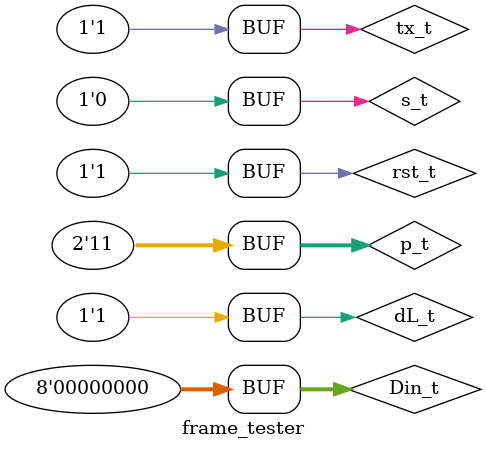
<source format=v>
module frame_tester;
reg [7:0] Din_t;
reg [1:0] p_t;
reg p_o; 
wire [10:0] f_t;
reg rst_t, tx_t, dL_t, s_t;

initial begin
rst_t = 1; tx_t = 1;
Din_t = 8'b10101011; p_t = 2'b01; dL_t = 1'b0; s_t = 1'b1; //Odd parity, 7-bit data, 2 stop bits
#50					; p_t = 2'b10;						//Even parity, 7-bit data, 2 stop bits
#50					; p_t = 2'b01; dL_t = 1'b1; s_t = 1'b0;//Odd parity, 8-bit data, 1 stop bit
#50					; p_t = 2'b10;						//Even parity, 8-bit data, 1 stop bit
#50					;
Din_t = 8'b01101101 ; p_t = 2'b00; dL_t = 1'b0; s_t = 1'b1;//No parity, 7-bit data, 2 stop bits
#50 				; p_t = 2'b11;
#50					; p_t = 2'b00; dL_t = 1'b1; s_t = 1'b0;//No parity, 8-bit data, 1 stop bit
#50					; p_t = 2'b11;
#100				;
rst_t = 0;	#50	rst_t = 1; #50; //It is expected for the whole frame to be idle, with no chance of coming back to its previous state
tx_t  = 0;  #50 tx_t  = 1; #50; //The deactivation and activation of tx brings makes the whole frame idle, then retrun it back.
rst_t = 0; tx_t = 0;	   #50;
rst_t = 1; tx_t = 1;			//Activating them both after being set LOW sets data back
								//And That's the normal operation mode.
								
//Testing bizzare situations: All HIGH and All LOW
Din_t = 8'b11111111; p_t = 2'b01; dL_t = 1'b0; s_t = 1'b1; //Odd parity, 7-bit data, 2 stop bits
#50					; p_t = 2'b10;						//Even parity, 7-bit data, 2 stop bits
#50					; p_t = 2'b01; dL_t = 1'b1; s_t = 1'b0;//Odd parity, 8-bit data, 1 stop bit
#50					; p_t = 2'b10;						//Even parity, 8-bit data, 1 stop bit
#50					;
					  p_t = 2'b00; dL_t = 1'b0; s_t = 1'b1;//No parity, 7-bit data, 2 stop bits
#50 				; p_t = 2'b11;
#50					; p_t = 2'b00; dL_t = 1'b1; s_t = 1'b0;//No parity, 8-bit data, 1 stop bit
#50					; p_t = 2'b11;

#100;


Din_t = 8'b00000000; p_t = 2'b01; dL_t = 1'b0; s_t = 1'b1; //Odd parity, 7-bit data, 2 stop bits
#50					; p_t = 2'b10;						//Even parity, 7-bit data, 2 stop bits
#50					; p_t = 2'b01; dL_t = 1'b1; s_t = 1'b0;//Odd parity, 8-bit data, 1 stop bit
#50					; p_t = 2'b10;						//Even parity, 8-bit data, 1 stop bit
#50					;
					  p_t = 2'b00; dL_t = 1'b0; s_t = 1'b1;//No parity, 7-bit data, 2 stop bits
#50 				; p_t = 2'b11;
#50					; p_t = 2'b00; dL_t = 1'b1; s_t = 1'b0;//No parity, 8-bit data, 1 stop bit
#50					; p_t = 2'b11;

#100;
end
Framer U1 (Din_t, rst_t,p_o, f_t, dL_t, p_t, s_t);

endmodule

</source>
